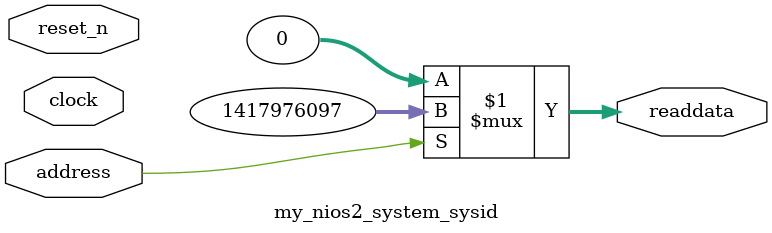
<source format=v>

`timescale 1ns / 1ps
// synthesis translate_on

// turn off superfluous verilog processor warnings 
// altera message_level Level1 
// altera message_off 10034 10035 10036 10037 10230 10240 10030 

module my_nios2_system_sysid (
               // inputs:
                address,
                clock,
                reset_n,

               // outputs:
                readdata
             )
;

  output  [ 31: 0] readdata;
  input            address;
  input            clock;
  input            reset_n;

  wire    [ 31: 0] readdata;
  //control_slave, which is an e_avalon_slave
  assign readdata = address ? 1417976097 : 0;

endmodule




</source>
